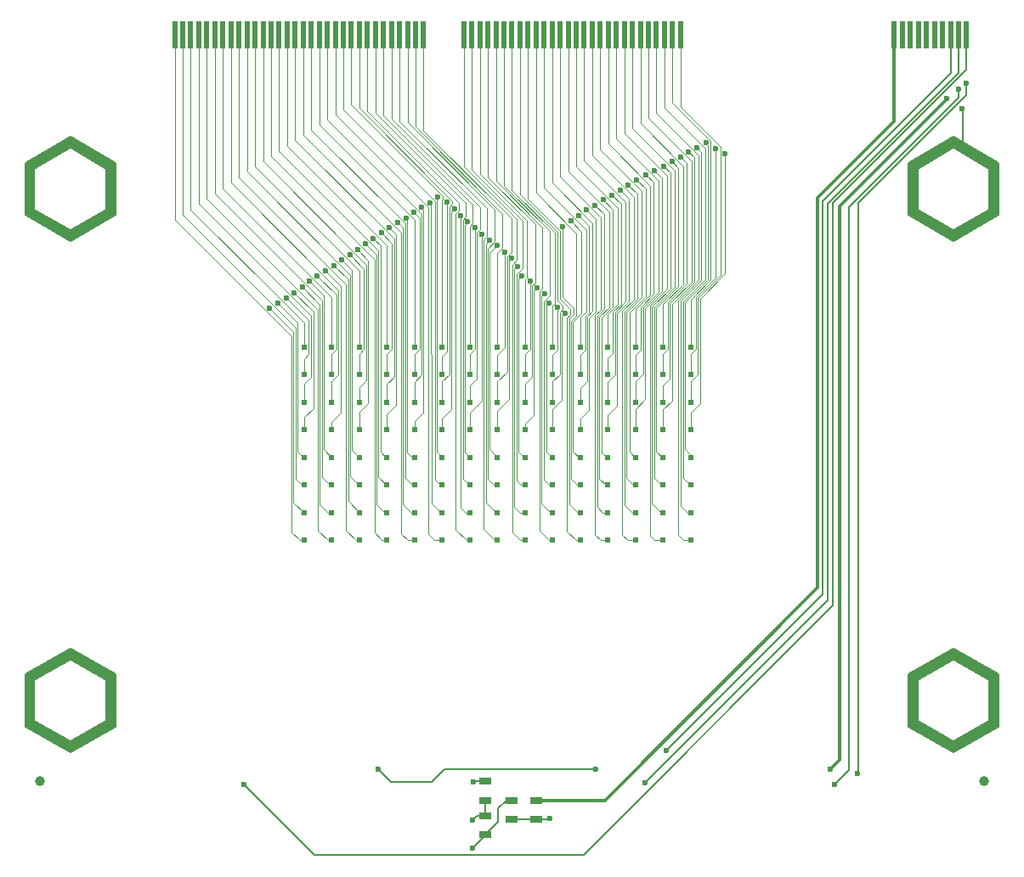
<source format=gbr>
G04 #@! TF.FileFunction,Copper,L2,Bot,Signal*
%FSLAX46Y46*%
G04 Gerber Fmt 4.6, Leading zero omitted, Abs format (unit mm)*
G04 Created by KiCad (PCBNEW 4.0.1-stable) date 11/11/2016 12:06:41 PM*
%MOMM*%
G01*
G04 APERTURE LIST*
%ADD10C,0.100000*%
%ADD11C,1.000000*%
%ADD12C,0.150000*%
%ADD13R,0.500000X2.800000*%
%ADD14R,1.300000X0.700000*%
%ADD15C,1.000000*%
%ADD16C,0.604800*%
%ADD17C,0.600000*%
%ADD18C,0.300000*%
%ADD19C,0.200000*%
G04 APERTURE END LIST*
D10*
D11*
X144000000Y-69400000D02*
X148000000Y-71700000D01*
X148000000Y-71700000D02*
X148000000Y-76300000D01*
X148000000Y-76300000D02*
X144000000Y-78600000D01*
X144000000Y-78600000D02*
X140000000Y-76300000D01*
X140000000Y-76300000D02*
X140000000Y-71700000D01*
X140000000Y-71700000D02*
X144000000Y-69400000D01*
D12*
X148500000Y-76598000D02*
X144000000Y-79196000D01*
X144000000Y-79196000D02*
X139500000Y-76598000D01*
X139500000Y-71402000D02*
X144000000Y-68804000D01*
X144000000Y-68804000D02*
X148500000Y-71402000D01*
X148500000Y-71402000D02*
X148500000Y-76598000D01*
X139500000Y-71402000D02*
X139500000Y-76598000D01*
D11*
X144000000Y-120400000D02*
X148000000Y-122700000D01*
X148000000Y-122700000D02*
X148000000Y-127300000D01*
X148000000Y-127300000D02*
X144000000Y-129600000D01*
X144000000Y-129600000D02*
X140000000Y-127300000D01*
X140000000Y-127300000D02*
X140000000Y-122700000D01*
X140000000Y-122700000D02*
X144000000Y-120400000D01*
D12*
X148500000Y-127598000D02*
X144000000Y-130196000D01*
X144000000Y-130196000D02*
X139500000Y-127598000D01*
X139500000Y-122402000D02*
X144000000Y-119804000D01*
X144000000Y-119804000D02*
X148500000Y-122402000D01*
X148500000Y-122402000D02*
X148500000Y-127598000D01*
X139500000Y-122402000D02*
X139500000Y-127598000D01*
D11*
X56000000Y-120400000D02*
X60000000Y-122700000D01*
X60000000Y-122700000D02*
X60000000Y-127300000D01*
X60000000Y-127300000D02*
X56000000Y-129600000D01*
X56000000Y-129600000D02*
X52000000Y-127300000D01*
X52000000Y-127300000D02*
X52000000Y-122700000D01*
X52000000Y-122700000D02*
X56000000Y-120400000D01*
D12*
X60500000Y-127598000D02*
X56000000Y-130196000D01*
X56000000Y-130196000D02*
X51500000Y-127598000D01*
X51500000Y-122402000D02*
X56000000Y-119804000D01*
X56000000Y-119804000D02*
X60500000Y-122402000D01*
X60500000Y-122402000D02*
X60500000Y-127598000D01*
X51500000Y-122402000D02*
X51500000Y-127598000D01*
D11*
X56000000Y-69400000D02*
X60000000Y-71700000D01*
X60000000Y-71700000D02*
X60000000Y-76300000D01*
X60000000Y-76300000D02*
X56000000Y-78600000D01*
X56000000Y-78600000D02*
X52000000Y-76300000D01*
X52000000Y-76300000D02*
X52000000Y-71700000D01*
X52000000Y-71700000D02*
X56000000Y-69400000D01*
D12*
X60500000Y-76598000D02*
X56000000Y-79196000D01*
X56000000Y-79196000D02*
X51500000Y-76598000D01*
X51500000Y-71402000D02*
X56000000Y-68804000D01*
X56000000Y-68804000D02*
X60500000Y-71402000D01*
X60500000Y-71402000D02*
X60500000Y-76598000D01*
X51500000Y-71402000D02*
X51500000Y-76598000D01*
D13*
X116800000Y-58625000D03*
X115200000Y-58625000D03*
X116000000Y-58625000D03*
X114400000Y-58625000D03*
X95200000Y-58625000D03*
X96000000Y-58625000D03*
X91200000Y-58625000D03*
X100000000Y-58625000D03*
X100800000Y-58625000D03*
X102400000Y-58625000D03*
X101600000Y-58625000D03*
X98400000Y-58625000D03*
X99200000Y-58625000D03*
X97600000Y-58625000D03*
X96800000Y-58625000D03*
X109600000Y-58625000D03*
X110400000Y-58625000D03*
X112000000Y-58625000D03*
X111200000Y-58625000D03*
X113600000Y-58625000D03*
X112800000Y-58625000D03*
X106400000Y-58625000D03*
X107200000Y-58625000D03*
X108800000Y-58625000D03*
X108000000Y-58625000D03*
X104800000Y-58625000D03*
X105600000Y-58625000D03*
X104000000Y-58625000D03*
X103200000Y-58625000D03*
X80000000Y-58625000D03*
X80800000Y-58625000D03*
X82400000Y-58625000D03*
X81600000Y-58625000D03*
X84800000Y-58625000D03*
X85600000Y-58625000D03*
X84000000Y-58625000D03*
X83200000Y-58625000D03*
X89600000Y-58625000D03*
X90400000Y-58625000D03*
X88000000Y-58625000D03*
X88800000Y-58625000D03*
X87200000Y-58625000D03*
X86400000Y-58625000D03*
X73600000Y-58625000D03*
X74400000Y-58625000D03*
X76000000Y-58625000D03*
X75200000Y-58625000D03*
X78400000Y-58625000D03*
X79200000Y-58625000D03*
X77600000Y-58625000D03*
X76800000Y-58625000D03*
X70400000Y-58625000D03*
X71200000Y-58625000D03*
X72800000Y-58625000D03*
X72000000Y-58625000D03*
X68800000Y-58625000D03*
X69600000Y-58625000D03*
X68000000Y-58625000D03*
X66400000Y-58625000D03*
X67200000Y-58625000D03*
D14*
X102410000Y-136867000D03*
X102410000Y-134967000D03*
X99997000Y-134967000D03*
X99997000Y-136867000D03*
X97330000Y-136491000D03*
X97330000Y-138391000D03*
X97330000Y-133062000D03*
X97330000Y-134962000D03*
D15*
X147000000Y-133000000D03*
X53000000Y-133000000D03*
D16*
X79300000Y-109025000D03*
X79300000Y-106275000D03*
X79300000Y-103525000D03*
X79300000Y-100775000D03*
X79300000Y-98025000D03*
X79300000Y-95275000D03*
X79300000Y-92525000D03*
X79300000Y-89775000D03*
X82050000Y-109025000D03*
X82050000Y-106275000D03*
X82050000Y-103525000D03*
X82050000Y-100775000D03*
X82050000Y-98025000D03*
X82050000Y-95275000D03*
X82050000Y-92525000D03*
X82050000Y-89775000D03*
X84800000Y-109025000D03*
X84800000Y-106275000D03*
X84800000Y-103525000D03*
X84800000Y-100775000D03*
X84800000Y-98025000D03*
X84800000Y-95275000D03*
X84800000Y-92525000D03*
X84800000Y-89775000D03*
X87550000Y-109025000D03*
X87550000Y-106275000D03*
X87550000Y-103525000D03*
X87550000Y-100775000D03*
X87550000Y-98025000D03*
X87550000Y-95275000D03*
X87550000Y-92525000D03*
X87550000Y-89775000D03*
X90300000Y-109025000D03*
X90300000Y-106275000D03*
X90300000Y-103525000D03*
X90300000Y-100775000D03*
X90300000Y-98025000D03*
X90300000Y-95275000D03*
X90300000Y-92525000D03*
X90300000Y-89775000D03*
X93050000Y-109025000D03*
X93050000Y-106275000D03*
X93050000Y-103525000D03*
X93050000Y-100775000D03*
X93050000Y-98025000D03*
X93050000Y-95275000D03*
X93050000Y-92525000D03*
X93050000Y-89775000D03*
X95800000Y-109025000D03*
X95800000Y-106275000D03*
X95800000Y-103525000D03*
X95800000Y-100775000D03*
X95800000Y-98025000D03*
X95800000Y-95275000D03*
X95800000Y-92525000D03*
X95800000Y-89775000D03*
X98550000Y-109025000D03*
X98550000Y-106275000D03*
X98550000Y-103525000D03*
X98550000Y-100775000D03*
X98550000Y-98025000D03*
X98550000Y-95275000D03*
X98550000Y-92525000D03*
X98550000Y-89775000D03*
X101300000Y-109025000D03*
X101300000Y-106275000D03*
X101300000Y-103525000D03*
X101300000Y-100775000D03*
X101300000Y-98025000D03*
X101300000Y-95275000D03*
X101300000Y-92525000D03*
X101300000Y-89775000D03*
X104050000Y-109025000D03*
X104050000Y-106275000D03*
X104050000Y-103525000D03*
X104050000Y-100775000D03*
X104050000Y-98025000D03*
X104050000Y-95275000D03*
X104050000Y-92525000D03*
X104050000Y-89775000D03*
X106800000Y-109025000D03*
X106800000Y-106275000D03*
X106800000Y-103525000D03*
X106800000Y-100775000D03*
X106800000Y-98025000D03*
X106800000Y-95275000D03*
X106800000Y-92525000D03*
X106800000Y-89775000D03*
X109550000Y-109025000D03*
X109550000Y-106275000D03*
X109550000Y-103525000D03*
X109550000Y-100775000D03*
X109550000Y-98025000D03*
X109550000Y-95275000D03*
X109550000Y-92525000D03*
X109550000Y-89775000D03*
X112300000Y-109025000D03*
X112300000Y-106275000D03*
X112300000Y-103525000D03*
X112300000Y-100775000D03*
X112300000Y-98025000D03*
X112300000Y-95275000D03*
X112300000Y-92525000D03*
X112300000Y-89775000D03*
X115050000Y-109025000D03*
X115050000Y-106275000D03*
X115050000Y-103525000D03*
X115050000Y-100775000D03*
X115050000Y-98025000D03*
X115050000Y-95275000D03*
X115050000Y-92525000D03*
X115050000Y-89775000D03*
X117800000Y-109025000D03*
X117800000Y-106275000D03*
X117800000Y-103525000D03*
X117800000Y-100775000D03*
X117800000Y-98025000D03*
X117800000Y-95275000D03*
X117800000Y-92525000D03*
X117800000Y-89775000D03*
D13*
X145300000Y-58625000D03*
X142100000Y-58625000D03*
X142900000Y-58625000D03*
X144500000Y-58625000D03*
X143700000Y-58625000D03*
X140500000Y-58625000D03*
X141300000Y-58625000D03*
X139700000Y-58625000D03*
X138100000Y-58625000D03*
X138900000Y-58625000D03*
D17*
X75850000Y-85875000D03*
X76650000Y-85375000D03*
X78300000Y-84325000D03*
X77500000Y-84825000D03*
X79100000Y-83775000D03*
X79800000Y-83175000D03*
X81450000Y-82175000D03*
X80600000Y-82625000D03*
X82300000Y-81625000D03*
X83050000Y-81075000D03*
X84600000Y-80025000D03*
X83850000Y-80575000D03*
X85400000Y-79475000D03*
X86200000Y-78925000D03*
X87800000Y-77825000D03*
X87000000Y-78375000D03*
X88600000Y-77325000D03*
X89450000Y-76875000D03*
X91000000Y-75825000D03*
X90200000Y-76325000D03*
X91850000Y-75375000D03*
X92600000Y-74825000D03*
X94250000Y-75975000D03*
X93550000Y-75325000D03*
X94900000Y-76625000D03*
X95600000Y-77275000D03*
X97000000Y-78525000D03*
X96300000Y-77875000D03*
X97750000Y-79125000D03*
X98550000Y-79625000D03*
X100000000Y-80925000D03*
X99300000Y-80275000D03*
X131750000Y-131825000D03*
X143350000Y-64950000D03*
X100550000Y-81725000D03*
X100950000Y-82675000D03*
X102500000Y-83825000D03*
X101800000Y-83175000D03*
X103250000Y-84425000D03*
X103650000Y-85375000D03*
X105300000Y-86375000D03*
X104550000Y-85825000D03*
X105050000Y-77750000D03*
X105850000Y-77200000D03*
X107400000Y-76075000D03*
X106625000Y-76625000D03*
X108300000Y-75625000D03*
X109075000Y-75075000D03*
X110800000Y-74075000D03*
X109950000Y-74600000D03*
X111600000Y-73575000D03*
X112450000Y-73075000D03*
X114225000Y-72150000D03*
X113350000Y-72575000D03*
X115100000Y-71700000D03*
X115950000Y-71250000D03*
X117600000Y-70300000D03*
X116800000Y-70800000D03*
X118450000Y-69850000D03*
X119325000Y-69400000D03*
X121250000Y-70475000D03*
X120275000Y-70000000D03*
X73310000Y-133385000D03*
X134450000Y-132300000D03*
X145300000Y-63450000D03*
X96187000Y-133123000D03*
X96060000Y-139727000D03*
X144500000Y-64050000D03*
X132100000Y-133375000D03*
X103807000Y-136806000D03*
X96060000Y-136933000D03*
X113260000Y-133195000D03*
X115400000Y-129995000D03*
X86662000Y-131853000D03*
X108379000Y-131853000D03*
X144850000Y-66025000D03*
D10*
X66400000Y-58625000D02*
X66400000Y-77075000D01*
X66400000Y-77075000D02*
X75300000Y-85975000D01*
X78850000Y-109025000D02*
X79300000Y-109025000D01*
X78850000Y-109025000D02*
X78029198Y-108204198D01*
X78029198Y-88704198D02*
X75300000Y-85975000D01*
X78029198Y-108204198D02*
X78029198Y-88704198D01*
X78232398Y-88257398D02*
X75850000Y-85875000D01*
X78232398Y-91035200D02*
X78232398Y-88257398D01*
X78229200Y-105233800D02*
X79270400Y-106275000D01*
X79300000Y-106275000D02*
X79270400Y-106275000D01*
X79300000Y-106275000D02*
X79000002Y-106275000D01*
X78229200Y-105233800D02*
X78229200Y-91035200D01*
X78229200Y-91035200D02*
X78232398Y-91035200D01*
X78232398Y-91035200D02*
X78229200Y-91035200D01*
X67200000Y-58625000D02*
X67200000Y-76575000D01*
X67200000Y-76575000D02*
X76100000Y-85475000D01*
X79300000Y-103525000D02*
X79050004Y-103525000D01*
X79050004Y-103525000D02*
X78432400Y-102907396D01*
X78432400Y-102907396D02*
X78432400Y-90575000D01*
X78432400Y-87807400D02*
X78432400Y-90575000D01*
X78432400Y-90575000D02*
X78432400Y-90527200D01*
X78432400Y-87807400D02*
X76100000Y-85475000D01*
X78635600Y-87360600D02*
X76650000Y-85375000D01*
X78635600Y-87360600D02*
X78635600Y-100210594D01*
X78635600Y-100210594D02*
X79200006Y-100775000D01*
X79300000Y-100775000D02*
X79200006Y-100775000D01*
X80150000Y-86175000D02*
X78300000Y-84325000D01*
X80200000Y-88851600D02*
X80200000Y-86225000D01*
X79300000Y-96746200D02*
X80200000Y-95846200D01*
X80200000Y-95846200D02*
X80200000Y-88851600D01*
X79300000Y-96746200D02*
X79300000Y-98025000D01*
X80200000Y-86225000D02*
X80150000Y-86175000D01*
X79300000Y-98025000D02*
X79300000Y-97998800D01*
X68800000Y-58625000D02*
X68800000Y-75475000D01*
X68800000Y-75475000D02*
X77700000Y-84375000D01*
X79300000Y-93406100D02*
X79300000Y-95275000D01*
X79953202Y-92752898D02*
X79953202Y-89381002D01*
X79300000Y-93406100D02*
X79953202Y-92752898D01*
X79953202Y-86628202D02*
X77700000Y-84375000D01*
X79953202Y-89381002D02*
X79953202Y-86628202D01*
X79300000Y-90929600D02*
X79300000Y-92525000D01*
X79300000Y-90929600D02*
X79753200Y-90476400D01*
X79753200Y-89536600D02*
X79753200Y-89528200D01*
X79750000Y-87075000D02*
X77500000Y-84825000D01*
X79750000Y-89525000D02*
X79750000Y-87075000D01*
X79753200Y-90476400D02*
X79753200Y-89536600D01*
X79753200Y-89528200D02*
X79750000Y-89525000D01*
X68000000Y-58625000D02*
X68000000Y-76025000D01*
X68000000Y-76025000D02*
X76900000Y-84925000D01*
X79300000Y-87325000D02*
X79300000Y-89775000D01*
X79300000Y-87325000D02*
X76900000Y-84925000D01*
X69600000Y-58625000D02*
X69600000Y-74975000D01*
X69600000Y-74975000D02*
X78500000Y-83875000D01*
X81652100Y-109025000D02*
X82050000Y-109025000D01*
X81652100Y-109025000D02*
X80667600Y-108040500D01*
X80667600Y-108040500D02*
X80667600Y-86042600D01*
X80667600Y-86042600D02*
X78500000Y-83875000D01*
X80867602Y-85542602D02*
X79100000Y-83775000D01*
X80867602Y-88288802D02*
X80867602Y-85542602D01*
X80867602Y-105424300D02*
X80867602Y-88288802D01*
X81718302Y-106275000D02*
X82050000Y-106275000D01*
X81718302Y-106275000D02*
X80867602Y-105424300D01*
X70400000Y-58625000D02*
X70400000Y-74425000D01*
X81067604Y-102706500D02*
X81886104Y-103525000D01*
X81067604Y-102706500D02*
X81067604Y-85092604D01*
X70400000Y-74425000D02*
X81067604Y-85092604D01*
X82050000Y-103525000D02*
X81886104Y-103525000D01*
X81267606Y-84642606D02*
X79800000Y-83175000D01*
X81267606Y-84642606D02*
X81267606Y-87425000D01*
X82050000Y-100748800D02*
X81267606Y-99966406D01*
X82050000Y-100775000D02*
X82050000Y-100748800D01*
X81267606Y-99966406D02*
X81267606Y-87425000D01*
X81267606Y-87425000D02*
X81267606Y-87393406D01*
X82934504Y-83659504D02*
X81450000Y-82175000D01*
X82934504Y-83659504D02*
X82934504Y-86475000D01*
X82050000Y-98025000D02*
X82050000Y-97209300D01*
X82050000Y-97209300D02*
X82934504Y-96324796D01*
X82934504Y-96324796D02*
X82934504Y-86475000D01*
X82934504Y-86475000D02*
X82934504Y-86469504D01*
X72000000Y-58625000D02*
X72000000Y-73375000D01*
X82734502Y-92486198D02*
X82734502Y-84109502D01*
X82050000Y-93170700D02*
X82734502Y-92486198D01*
X82050000Y-93170700D02*
X82050000Y-95275000D01*
X72000000Y-73375000D02*
X82734502Y-84109502D01*
X82534500Y-84559500D02*
X80600000Y-82625000D01*
X82050000Y-90452900D02*
X82050000Y-92525000D01*
X82534500Y-89968400D02*
X82534500Y-87364900D01*
X82050000Y-90452900D02*
X82534500Y-89968400D01*
X82534500Y-87364900D02*
X82534500Y-84559500D01*
X71200000Y-58625000D02*
X71200000Y-73925000D01*
X82050000Y-84775000D02*
X82050000Y-89775000D01*
X71200000Y-73925000D02*
X82050000Y-84775000D01*
X72800000Y-58625000D02*
X72800000Y-72825000D01*
X83475000Y-108050000D02*
X83475000Y-83500000D01*
X84450000Y-109025000D02*
X84800000Y-109025000D01*
X84450000Y-109025000D02*
X83475000Y-108050000D01*
X72800000Y-72825000D02*
X83475000Y-83500000D01*
X83675002Y-105125000D02*
X84800000Y-106249998D01*
X84800000Y-106275000D02*
X84800000Y-106249998D01*
X83675002Y-85925002D02*
X83675002Y-83000002D01*
X83675002Y-105125000D02*
X83675002Y-85925002D01*
X83675002Y-83000002D02*
X82300000Y-81625000D01*
X82375000Y-81700000D02*
X82300000Y-81625000D01*
X82375000Y-81750000D02*
X82375000Y-81700000D01*
X73600000Y-58625000D02*
X73600000Y-72275000D01*
X83875004Y-82550004D02*
X83875004Y-85425004D01*
X83875004Y-102675000D02*
X83875004Y-85425004D01*
X83875004Y-102675000D02*
X84725004Y-103525000D01*
X73600000Y-72275000D02*
X83875004Y-82550004D01*
X84800000Y-103525000D02*
X84725004Y-103525000D01*
X84075006Y-82100006D02*
X83050000Y-81075000D01*
X84075006Y-82100006D02*
X84075006Y-84975000D01*
X84800000Y-100775000D02*
X84800000Y-100774994D01*
X84800000Y-100774994D02*
X84075006Y-100050000D01*
X84075006Y-100050000D02*
X84075006Y-84975000D01*
X84075006Y-84975000D02*
X84075006Y-84950006D01*
X85675004Y-81625000D02*
X85675004Y-81100004D01*
X85675004Y-95349996D02*
X85675004Y-81625000D01*
X84800000Y-96225000D02*
X84800000Y-98025000D01*
X84800000Y-96225000D02*
X85675004Y-95349996D01*
X85675004Y-81100004D02*
X84600000Y-80025000D01*
X75200000Y-58625000D02*
X75200000Y-71275000D01*
X85475002Y-84375002D02*
X85475002Y-81550002D01*
X85475002Y-93049998D02*
X85475002Y-84375002D01*
X84800000Y-93725000D02*
X85475002Y-93049998D01*
X84800000Y-93725000D02*
X84800000Y-95275000D01*
X75200000Y-71275000D02*
X85475002Y-81550002D01*
X83850000Y-80575000D02*
X83837500Y-80587500D01*
X85275000Y-82000000D02*
X83850000Y-80575000D01*
X85275000Y-89975000D02*
X85275000Y-84825000D01*
X84800000Y-90450000D02*
X85275000Y-89975000D01*
X84800000Y-92525000D02*
X84800000Y-90450000D01*
X85275000Y-84825000D02*
X85275000Y-82000000D01*
X74400000Y-58625000D02*
X74400000Y-71775000D01*
X84800000Y-82175000D02*
X84800000Y-85025000D01*
X84800000Y-85025000D02*
X84800000Y-89775000D01*
X74400000Y-71775000D02*
X84800000Y-82175000D01*
X76000000Y-58625000D02*
X76000000Y-70725000D01*
X86300000Y-108275000D02*
X86300000Y-81025000D01*
X87050000Y-109025000D02*
X86300000Y-108275000D01*
X87050000Y-109025000D02*
X87550000Y-109025000D01*
X76000000Y-70725000D02*
X86300000Y-81025000D01*
X86500002Y-105425002D02*
X86500002Y-80575002D01*
X86500002Y-105425002D02*
X87350000Y-106275000D01*
X86500002Y-80575002D02*
X85400000Y-79475000D01*
X87550000Y-106275000D02*
X87350000Y-106275000D01*
X76800000Y-58625000D02*
X76800000Y-70225000D01*
X86700004Y-102725000D02*
X86700004Y-80125004D01*
X86700004Y-102725000D02*
X87500004Y-103525000D01*
X76800000Y-70225000D02*
X86700004Y-80125004D01*
X87550000Y-103525000D02*
X87500004Y-103525000D01*
X86900006Y-79625006D02*
X86200000Y-78925000D01*
X86900006Y-100225006D02*
X86900006Y-79625006D01*
X86900006Y-100225006D02*
X87450000Y-100775000D01*
X87550000Y-100775000D02*
X87450000Y-100775000D01*
X88450004Y-95574996D02*
X88450004Y-78475004D01*
X88450004Y-78475004D02*
X87800000Y-77825000D01*
X87550000Y-96475000D02*
X88450004Y-95574996D01*
X87550000Y-96475000D02*
X87550000Y-98025000D01*
X78400000Y-58625000D02*
X78400000Y-69125000D01*
X88250002Y-92724998D02*
X88250002Y-78975002D01*
X87550000Y-93425000D02*
X88250002Y-92724998D01*
X87550000Y-93425000D02*
X87550000Y-95275000D01*
X78400000Y-69125000D02*
X88250002Y-78975002D01*
X88050000Y-79425000D02*
X87000000Y-78375000D01*
X88050000Y-89925000D02*
X88050000Y-79425000D01*
X87550000Y-90425000D02*
X88050000Y-89925000D01*
X87550000Y-90425000D02*
X87550000Y-92525000D01*
X77600000Y-58625000D02*
X77600000Y-69675000D01*
X87550000Y-79625000D02*
X87550000Y-89775000D01*
X77600000Y-69675000D02*
X87550000Y-79625000D01*
X89150002Y-77875002D02*
X88600000Y-77325000D01*
X89150002Y-105425000D02*
X89150002Y-77875002D01*
X89150002Y-105425000D02*
X90000002Y-106275000D01*
X90300000Y-106275000D02*
X90000002Y-106275000D01*
X80000000Y-58625000D02*
X80000000Y-68075000D01*
X89350004Y-102775000D02*
X89350004Y-77425004D01*
X89350004Y-102775000D02*
X90100004Y-103525000D01*
X80000000Y-68075000D02*
X89350004Y-77425004D01*
X90300000Y-103525000D02*
X90100004Y-103525000D01*
X89550006Y-76975006D02*
X89450000Y-76875000D01*
X89550006Y-100275000D02*
X89550006Y-76975006D01*
X89550006Y-100275000D02*
X90050006Y-100775000D01*
X90300000Y-100775000D02*
X90050006Y-100775000D01*
X91200004Y-96274996D02*
X91200004Y-76025004D01*
X91200004Y-76025004D02*
X91000000Y-75825000D01*
X90300000Y-97175000D02*
X91200004Y-96274996D01*
X90300000Y-97175000D02*
X90300000Y-98025000D01*
X81600000Y-58625000D02*
X81600000Y-67075000D01*
X91000002Y-92524998D02*
X91000002Y-76475002D01*
X90300000Y-93225000D02*
X91000002Y-92524998D01*
X90300000Y-93225000D02*
X90300000Y-95275000D01*
X81600000Y-67075000D02*
X91000002Y-76475002D01*
X90800000Y-76925000D02*
X90200000Y-76325000D01*
X90800000Y-89925000D02*
X90800000Y-76925000D01*
X90300000Y-90425000D02*
X90800000Y-89925000D01*
X90300000Y-90425000D02*
X90300000Y-92525000D01*
X80800000Y-58625000D02*
X80800000Y-67575000D01*
X90300000Y-77075000D02*
X90300000Y-89775000D01*
X80800000Y-67575000D02*
X90300000Y-77075000D01*
X91950000Y-75475000D02*
X91850000Y-75375000D01*
X92000000Y-105324998D02*
X91950000Y-75475000D01*
X92000000Y-105324998D02*
X92950002Y-106275000D01*
X93050000Y-106275000D02*
X92950002Y-106275000D01*
X83200000Y-58625000D02*
X83200000Y-66075000D01*
X92350000Y-103024998D02*
X92850002Y-103525000D01*
X92350000Y-103024998D02*
X92350000Y-75225000D01*
X83200000Y-66075000D02*
X92350000Y-75225000D01*
X93050000Y-103525000D02*
X92850002Y-103525000D01*
X92550002Y-100225000D02*
X93050000Y-100724998D01*
X92550002Y-100225000D02*
X92550002Y-74874998D01*
X92550002Y-74874998D02*
X92600000Y-74825000D01*
X93050000Y-100775000D02*
X93050000Y-100724998D01*
X93050000Y-96875000D02*
X93050000Y-98025000D01*
X93050000Y-96875000D02*
X93950004Y-95974996D01*
X93950004Y-95974996D02*
X93950004Y-76274996D01*
X93950004Y-76274996D02*
X94250000Y-75975000D01*
X84800000Y-58625000D02*
X84800000Y-65925000D01*
X93050000Y-93175000D02*
X93050000Y-95275000D01*
X93050000Y-93175000D02*
X93750002Y-92474998D01*
X93750002Y-92474998D02*
X93750002Y-75774998D01*
X93750002Y-75774998D02*
X94050000Y-75475000D01*
X94050000Y-75475000D02*
X94050000Y-75175000D01*
X84800000Y-65925000D02*
X94050000Y-75175000D01*
X93550000Y-90225000D02*
X93550000Y-75325000D01*
X93050000Y-90725000D02*
X93550000Y-90225000D01*
X93050000Y-90725000D02*
X93050000Y-92525000D01*
X84000000Y-58625000D02*
X84000000Y-65575000D01*
X93100000Y-75075000D02*
X93100000Y-74675000D01*
X93050000Y-75125000D02*
X93100000Y-75075000D01*
X93050000Y-75125000D02*
X93050000Y-89775000D01*
X84000000Y-65575000D02*
X93100000Y-74675000D01*
X95400002Y-106275000D02*
X95800000Y-106275000D01*
X95400002Y-106275000D02*
X94900000Y-105774998D01*
X94900000Y-105774998D02*
X94900000Y-76625000D01*
X86400000Y-58625000D02*
X86400000Y-66425000D01*
X95100002Y-77074998D02*
X95400000Y-76775000D01*
X95100002Y-102925000D02*
X95100002Y-77074998D01*
X95100002Y-102925000D02*
X95700002Y-103525000D01*
X95400000Y-75425000D02*
X95400000Y-76775000D01*
X86400000Y-66425000D02*
X95400000Y-75425000D01*
X95800000Y-103525000D02*
X95700002Y-103525000D01*
X95600000Y-77275000D02*
X95300004Y-77574996D01*
X95300004Y-77574996D02*
X95300004Y-100275004D01*
X95300004Y-100275004D02*
X95800000Y-100775000D01*
X95800000Y-96325000D02*
X95800000Y-98025000D01*
X95800000Y-96325000D02*
X97000000Y-95125000D01*
X97000000Y-95125000D02*
X97000000Y-78525000D01*
X88000000Y-58625000D02*
X88000000Y-66975000D01*
X96500002Y-78324998D02*
X96800000Y-78025000D01*
X96500002Y-92874998D02*
X96500002Y-78324998D01*
X95800000Y-93575000D02*
X96500002Y-92874998D01*
X95800000Y-93575000D02*
X95800000Y-95275000D01*
X96800000Y-75775000D02*
X96800000Y-78025000D01*
X88000000Y-66975000D02*
X96800000Y-75775000D01*
X95800000Y-90425000D02*
X95800000Y-92525000D01*
X95800000Y-90425000D02*
X96300000Y-89925000D01*
X96300000Y-89925000D02*
X96300000Y-77875000D01*
X96100000Y-77425000D02*
X96100000Y-75525000D01*
X87200000Y-66625000D02*
X96100000Y-75525000D01*
X95800000Y-89775000D02*
X95800000Y-77725000D01*
X95800000Y-77725000D02*
X96100000Y-77425000D01*
X87200000Y-66625000D02*
X87200000Y-58625000D01*
X97400004Y-105275000D02*
X98400004Y-106275000D01*
X98550000Y-106275000D02*
X98400004Y-106275000D01*
X97400004Y-105275000D02*
X97400004Y-79474996D01*
X97400004Y-79474996D02*
X97750000Y-79125000D01*
X89600000Y-58625000D02*
X89600000Y-67375000D01*
X97600006Y-79924994D02*
X98300000Y-79225000D01*
X97600006Y-102925000D02*
X97600006Y-79924994D01*
X98200006Y-103525000D02*
X97600006Y-102925000D01*
X98200006Y-103525000D02*
X98550000Y-103525000D01*
X98300000Y-76075000D02*
X98300000Y-79225000D01*
X89600000Y-67375000D02*
X98300000Y-76075000D01*
X97800008Y-99975008D02*
X98550000Y-100725000D01*
X98550000Y-100775000D02*
X98550000Y-100725000D01*
X97800008Y-99975008D02*
X97800008Y-80374992D01*
X97800008Y-80374992D02*
X98550000Y-79625000D01*
X98550000Y-98025000D02*
X98550000Y-96125000D01*
X98550000Y-96125000D02*
X99750000Y-94925000D01*
X99750000Y-94925000D02*
X99750000Y-81175000D01*
X99750000Y-81175000D02*
X100000000Y-80925000D01*
X91200000Y-58625000D02*
X91200000Y-68150000D01*
X99950000Y-76900000D02*
X99950000Y-80275000D01*
X91200000Y-68150000D02*
X99950000Y-76900000D01*
X98550000Y-95275000D02*
X98550000Y-93175000D01*
X98550000Y-93175000D02*
X99500002Y-92224998D01*
X99500002Y-92224998D02*
X99500002Y-80724998D01*
X99500002Y-80724998D02*
X99950000Y-80275000D01*
X98550000Y-90525000D02*
X98550000Y-92525000D01*
X98550000Y-90525000D02*
X99300000Y-89775000D01*
X99300000Y-89775000D02*
X99300000Y-80275000D01*
X90400000Y-58625000D02*
X90400000Y-67800000D01*
X98550000Y-80375000D02*
X99050000Y-79875000D01*
X98550000Y-80375000D02*
X98550000Y-89775000D01*
X99050000Y-76450000D02*
X99050000Y-79875000D01*
X90400000Y-67800000D02*
X99050000Y-76450000D01*
D18*
X131750000Y-131825000D02*
X132650000Y-130925000D01*
X132650000Y-130925000D02*
X132650000Y-75750000D01*
X132650000Y-75750000D02*
X143350000Y-65050000D01*
X143350000Y-65050000D02*
X143350000Y-64950000D01*
D10*
X95200000Y-58625000D02*
X95200000Y-71725000D01*
X100500000Y-77025000D02*
X100500000Y-81075000D01*
X95200000Y-71725000D02*
X100500000Y-77025000D01*
X100800000Y-109025000D02*
X101300000Y-109025000D01*
X100800000Y-109025000D02*
X100050000Y-108275000D01*
X100050000Y-108275000D02*
X100050000Y-81525000D01*
X100050000Y-81525000D02*
X100500000Y-81075000D01*
X100250002Y-105675000D02*
X100250002Y-82024998D01*
X100250002Y-82024998D02*
X100550000Y-81725000D01*
X100850002Y-106275000D02*
X100250002Y-105675000D01*
X100850002Y-106275000D02*
X101300000Y-106275000D01*
X96000000Y-58625000D02*
X96000000Y-72075000D01*
X101050000Y-77125000D02*
X101050000Y-81875000D01*
X96000000Y-72075000D02*
X101050000Y-77125000D01*
X101300000Y-103525000D02*
X100900004Y-103525000D01*
X100900004Y-103525000D02*
X100450004Y-103075000D01*
X100450004Y-103075000D02*
X100450004Y-82474996D01*
X100450004Y-82474996D02*
X101050000Y-81875000D01*
X100650006Y-100225000D02*
X101200006Y-100775000D01*
X101300000Y-100775000D02*
X101200006Y-100775000D01*
X100650006Y-100225000D02*
X100650006Y-82974994D01*
X100650006Y-82974994D02*
X100950000Y-82675000D01*
X101300000Y-97425000D02*
X101300000Y-98025000D01*
X101300000Y-97425000D02*
X102200004Y-96524996D01*
X102200004Y-84124996D02*
X102500000Y-83825000D01*
X102200004Y-96524996D02*
X102200004Y-84124996D01*
X97600000Y-58625000D02*
X97600000Y-72825000D01*
X102300000Y-77525000D02*
X102300000Y-83325000D01*
X97600000Y-72825000D02*
X102300000Y-77525000D01*
X101300000Y-95275000D02*
X101300000Y-93425000D01*
X101300000Y-93425000D02*
X102000002Y-92724998D01*
X102000002Y-92724998D02*
X102000002Y-83624998D01*
X102000002Y-83624998D02*
X102300000Y-83325000D01*
X101300000Y-90425000D02*
X101300000Y-92525000D01*
X101300000Y-90425000D02*
X101800000Y-89925000D01*
X101800000Y-89925000D02*
X101800000Y-83175000D01*
X96800000Y-58625000D02*
X96800000Y-72475000D01*
X101450000Y-77125000D02*
X101450000Y-82875000D01*
X96800000Y-72475000D02*
X101450000Y-77125000D01*
X101300000Y-89775000D02*
X101300000Y-83025000D01*
X101300000Y-83025000D02*
X101450000Y-82875000D01*
X98400000Y-58625000D02*
X98400000Y-73200000D01*
X103000000Y-77800000D02*
X103000000Y-83975000D01*
X98400000Y-73200000D02*
X103000000Y-77800000D01*
X103700000Y-109025000D02*
X104050000Y-109025000D01*
X103700000Y-109025000D02*
X102750000Y-108075000D01*
X102750000Y-108075000D02*
X102750000Y-84225000D01*
X102750000Y-84225000D02*
X103000000Y-83975000D01*
X102950002Y-105375000D02*
X103850002Y-106275000D01*
X104050000Y-106275000D02*
X103850002Y-106275000D01*
X102950002Y-105375000D02*
X102950002Y-84724998D01*
X102950002Y-84724998D02*
X103250000Y-84425000D01*
X99200000Y-58625000D02*
X99200000Y-73650000D01*
X103750000Y-78200000D02*
X103750000Y-84575000D01*
X99200000Y-73650000D02*
X103750000Y-78200000D01*
X103700004Y-103525000D02*
X104050000Y-103525000D01*
X103700004Y-103525000D02*
X103150004Y-102975000D01*
X103150004Y-102975000D02*
X103150004Y-85174996D01*
X103150004Y-85174996D02*
X103750000Y-84575000D01*
X103450000Y-100175000D02*
X104050000Y-100775000D01*
X103450000Y-85575000D02*
X103450000Y-100175000D01*
X103650000Y-85375000D02*
X103450000Y-85575000D01*
X104950004Y-95024996D02*
X104950004Y-86724996D01*
X104950004Y-86724996D02*
X105300000Y-86375000D01*
X104050000Y-95925000D02*
X104950004Y-95024996D01*
X104050000Y-98025000D02*
X104050000Y-95925000D01*
X105050000Y-85975000D02*
X105050000Y-85625000D01*
X104750002Y-92474998D02*
X104750002Y-86274998D01*
X104050000Y-93175000D02*
X104750002Y-92474998D01*
X104050000Y-95275000D02*
X104050000Y-93175000D01*
X104750002Y-86274998D02*
X105050000Y-85975000D01*
X104550000Y-85125000D02*
X104550000Y-78250000D01*
X105050000Y-85625000D02*
X104550000Y-85125000D01*
X100800000Y-58625000D02*
X100800000Y-74500000D01*
X100800000Y-74500000D02*
X104550000Y-78250000D01*
X104550000Y-90025000D02*
X104550000Y-85825000D01*
X104050000Y-90525000D02*
X104550000Y-90025000D01*
X104050000Y-90525000D02*
X104050000Y-92525000D01*
X100000000Y-58625000D02*
X100000000Y-74075000D01*
X104250000Y-78325000D02*
X104250000Y-85425000D01*
X100000000Y-74075000D02*
X104250000Y-78325000D01*
X104050000Y-89775000D02*
X104050000Y-85625000D01*
X104050000Y-85625000D02*
X104250000Y-85425000D01*
X104812500Y-78187500D02*
X104812500Y-84937500D01*
X105500000Y-108125000D02*
X105500000Y-86825000D01*
X106400000Y-109025000D02*
X105500000Y-108125000D01*
X106400000Y-109025000D02*
X106800000Y-109025000D01*
X105800000Y-86525000D02*
X105500000Y-86825000D01*
X105800000Y-85925000D02*
X105800000Y-86525000D01*
X104812500Y-84937500D02*
X105800000Y-85925000D01*
X101600000Y-58625000D02*
X101600000Y-74975000D01*
X101600000Y-74975000D02*
X104812500Y-78187500D01*
X106150000Y-85900000D02*
X105050000Y-84800000D01*
X105050000Y-84800000D02*
X105050000Y-77750000D01*
X105700002Y-86924998D02*
X106150000Y-86475000D01*
X105700002Y-105425002D02*
X105700002Y-86925000D01*
X105700002Y-105425002D02*
X106550000Y-106275000D01*
X105700002Y-86925000D02*
X105700002Y-86924998D01*
X106150000Y-86475000D02*
X106150000Y-85900000D01*
X106800000Y-106275000D02*
X106550000Y-106275000D01*
X105900004Y-87275000D02*
X105900004Y-87124996D01*
X102400000Y-74400000D02*
X102400000Y-58625000D01*
X106400000Y-78400000D02*
X102400000Y-74400000D01*
X106400000Y-86625000D02*
X106400000Y-78400000D01*
X105900004Y-87124996D02*
X106400000Y-86625000D01*
X105900004Y-102925000D02*
X106500004Y-103525000D01*
X106800000Y-103525000D02*
X106500004Y-103525000D01*
X105900004Y-102925000D02*
X105900004Y-87275000D01*
X105900004Y-87275000D02*
X105900004Y-87274996D01*
X105850000Y-77200000D02*
X106900000Y-78250000D01*
X106100006Y-87224994D02*
X106100006Y-87425000D01*
X106100006Y-87224994D02*
X106900000Y-86425000D01*
X106900000Y-78250000D02*
X106900000Y-86425000D01*
X106100006Y-100175000D02*
X106700006Y-100775000D01*
X106800000Y-100775000D02*
X106700006Y-100775000D01*
X106100006Y-100175000D02*
X106100006Y-87425000D01*
X106100006Y-87425000D02*
X106100006Y-87424994D01*
X108350000Y-86225000D02*
X108350000Y-77025000D01*
X107700004Y-86874996D02*
X108350000Y-86225000D01*
X107700004Y-96024996D02*
X107700004Y-87057842D01*
X106800000Y-96925000D02*
X107700004Y-96024996D01*
X106800000Y-96925000D02*
X106800000Y-98025000D01*
X107700004Y-87057842D02*
X107700004Y-86874996D01*
X108350000Y-77025000D02*
X107400000Y-76075000D01*
X107500002Y-86975000D02*
X107500002Y-86724998D01*
X104000000Y-73325000D02*
X104000000Y-58625000D01*
X108050000Y-77375000D02*
X104000000Y-73325000D01*
X108050000Y-86175000D02*
X108050000Y-77375000D01*
X107500002Y-86724998D02*
X108050000Y-86175000D01*
X107500002Y-93174998D02*
X107500002Y-86975000D01*
X107500002Y-86975000D02*
X107500002Y-86974998D01*
X106800000Y-93875000D02*
X107500002Y-93174998D01*
X106800000Y-93875000D02*
X106800000Y-95275000D01*
X107650000Y-77725000D02*
X107650000Y-77650000D01*
X107650000Y-77650000D02*
X106625000Y-76625000D01*
X107300000Y-86625000D02*
X107650000Y-86275000D01*
X107650000Y-86275000D02*
X107650000Y-77725000D01*
X107300000Y-90025000D02*
X107300000Y-86857846D01*
X106800000Y-90525000D02*
X107300000Y-90025000D01*
X106800000Y-90525000D02*
X106800000Y-92525000D01*
X107300000Y-86857846D02*
X107300000Y-86625000D01*
X106800000Y-87075000D02*
X106800000Y-86825000D01*
X106800000Y-89775000D02*
X106800000Y-87075000D01*
X103200000Y-73850000D02*
X103200000Y-58625000D01*
X107400000Y-78050000D02*
X103200000Y-73850000D01*
X107400000Y-86225000D02*
X107400000Y-78050000D01*
X106800000Y-86825000D02*
X107400000Y-86225000D01*
X108300000Y-86740692D02*
X108300000Y-86575000D01*
X108300000Y-108475000D02*
X108300000Y-86740692D01*
X108850000Y-109025000D02*
X108300000Y-108475000D01*
X109550000Y-109025000D02*
X108850000Y-109025000D01*
X104800000Y-72800000D02*
X104800000Y-58625000D01*
X108850000Y-76850000D02*
X104800000Y-72800000D01*
X108850000Y-86025000D02*
X108850000Y-76850000D01*
X108300000Y-86575000D02*
X108850000Y-86025000D01*
X109200000Y-76500000D02*
X108300000Y-75600000D01*
X108300000Y-75600000D02*
X108300000Y-75625000D01*
X108500002Y-86825000D02*
X108500002Y-86674998D01*
X109200000Y-85975000D02*
X109200000Y-76500000D01*
X108500002Y-86674998D02*
X109200000Y-85975000D01*
X108500002Y-105725000D02*
X108500002Y-86825000D01*
X108500002Y-86825000D02*
X108500002Y-86823536D01*
X109050002Y-106275000D02*
X108500002Y-105725000D01*
X109050002Y-106275000D02*
X109550000Y-106275000D01*
X108700004Y-86906380D02*
X108700004Y-86757842D01*
X108700004Y-102875000D02*
X108700004Y-86906380D01*
X109350004Y-103525000D02*
X108700004Y-102875000D01*
X105600000Y-72250000D02*
X105600000Y-58625000D01*
X109700000Y-76350000D02*
X105600000Y-72250000D01*
X109700000Y-85757846D02*
X109700000Y-76350000D01*
X108700004Y-86757842D02*
X109700000Y-85757846D01*
X109550000Y-103525000D02*
X109350004Y-103525000D01*
X110050000Y-76050000D02*
X109075000Y-75075000D01*
X108950000Y-86975000D02*
X108950000Y-86790692D01*
X108950000Y-100275000D02*
X108950000Y-86975000D01*
X109450000Y-100775000D02*
X108950000Y-100275000D01*
X110050000Y-85690692D02*
X110050000Y-76050000D01*
X108950000Y-86790692D02*
X110050000Y-85690692D01*
X109550000Y-100775000D02*
X109450000Y-100775000D01*
X111675000Y-74975000D02*
X111675000Y-74950000D01*
X111675000Y-74950000D02*
X110800000Y-74075000D01*
X110500002Y-86590690D02*
X110500002Y-86372074D01*
X109550000Y-98025000D02*
X109550000Y-96575000D01*
X109550000Y-96575000D02*
X110500002Y-95624998D01*
X110500002Y-95624998D02*
X110500002Y-86590690D01*
X111675000Y-85197076D02*
X111675000Y-74975000D01*
X110500002Y-86372074D02*
X111675000Y-85197076D01*
X110300000Y-86525000D02*
X110300000Y-86289230D01*
X107200000Y-71125000D02*
X107200000Y-58625000D01*
X111350000Y-75275000D02*
X107200000Y-71125000D01*
X111350000Y-85239230D02*
X111350000Y-75275000D01*
X110300000Y-86289230D02*
X111350000Y-85239230D01*
X109550000Y-93275000D02*
X109550000Y-95275000D01*
X109550000Y-93275000D02*
X110300000Y-92525000D01*
X110300000Y-92525000D02*
X110300000Y-86525000D01*
X110300000Y-86525000D02*
X110300000Y-86507846D01*
X110850000Y-75500000D02*
X109950000Y-74600000D01*
X110050000Y-86475000D02*
X110050000Y-86256384D01*
X110050000Y-90375000D02*
X110050000Y-86475000D01*
X109550000Y-90875000D02*
X110050000Y-90375000D01*
X109550000Y-92525000D02*
X109550000Y-90875000D01*
X110850000Y-85456384D02*
X110850000Y-75500000D01*
X110050000Y-86256384D02*
X110850000Y-85456384D01*
X109550000Y-86675000D02*
X109550000Y-86473538D01*
X109550000Y-89775000D02*
X109550000Y-86675000D01*
X106400000Y-71725000D02*
X106400000Y-58625000D01*
X110550000Y-75875000D02*
X106400000Y-71725000D01*
X110550000Y-85473538D02*
X110550000Y-75875000D01*
X109550000Y-86473538D02*
X110550000Y-85473538D01*
X111000000Y-86373538D02*
X111000000Y-86154922D01*
X111000000Y-108475000D02*
X111000000Y-86373538D01*
X111550000Y-109025000D02*
X111000000Y-108475000D01*
X112300000Y-109025000D02*
X111550000Y-109025000D01*
X108000000Y-70625000D02*
X108000000Y-58625000D01*
X112150000Y-74775000D02*
X108000000Y-70625000D01*
X112150000Y-85004922D02*
X112150000Y-74775000D01*
X111000000Y-86154922D02*
X112150000Y-85004922D01*
X112475000Y-74525000D02*
X112475000Y-74450000D01*
X112475000Y-74450000D02*
X111600000Y-73575000D01*
X111200002Y-86474998D02*
X111200002Y-86237766D01*
X112300000Y-106275000D02*
X111950000Y-106275000D01*
X111950000Y-106275000D02*
X111200002Y-105525002D01*
X111200002Y-105525002D02*
X111200002Y-86474998D01*
X112475000Y-84962768D02*
X112475000Y-74525000D01*
X111200002Y-86237766D02*
X112475000Y-84962768D01*
X111400004Y-86574996D02*
X111400004Y-86320610D01*
X112100000Y-103525000D02*
X111400004Y-102825004D01*
X111400004Y-102825004D02*
X111400004Y-86574996D01*
X108800000Y-70075000D02*
X108800000Y-58625000D01*
X112950000Y-74225000D02*
X108800000Y-70075000D01*
X112950000Y-84770614D02*
X112950000Y-74225000D01*
X111400004Y-86320610D02*
X112950000Y-84770614D01*
X112300000Y-103525000D02*
X112100000Y-103525000D01*
X113300000Y-73975000D02*
X113300000Y-73925000D01*
X113300000Y-73925000D02*
X112450000Y-73075000D01*
X111700000Y-86557846D02*
X111700000Y-86303460D01*
X112250000Y-100775000D02*
X111700000Y-100225000D01*
X111700000Y-100225000D02*
X111700000Y-86557846D01*
X113300000Y-84703460D02*
X113300000Y-73975000D01*
X111700000Y-86303460D02*
X113300000Y-84703460D01*
X112300000Y-100775000D02*
X112250000Y-100775000D01*
X114975000Y-73000000D02*
X114975000Y-72900000D01*
X114975000Y-72900000D02*
X114225000Y-72150000D01*
X113250002Y-86140690D02*
X113250002Y-85884842D01*
X112300000Y-98025000D02*
X112300000Y-95925000D01*
X112300000Y-95925000D02*
X113250002Y-94974998D01*
X113250002Y-94974998D02*
X113250002Y-86140690D01*
X114975000Y-84159844D02*
X114975000Y-73000000D01*
X113250002Y-85884842D02*
X114975000Y-84159844D01*
X113050000Y-86057846D02*
X113050000Y-85801998D01*
X112300000Y-95275000D02*
X112300000Y-93175000D01*
X112300000Y-93175000D02*
X113050000Y-92425000D01*
X113050000Y-92425000D02*
X113050000Y-86057846D01*
X110400000Y-68975000D02*
X110400000Y-58625000D01*
X114575000Y-73150000D02*
X110400000Y-68975000D01*
X114575000Y-84276998D02*
X114575000Y-73150000D01*
X113050000Y-85801998D02*
X114575000Y-84276998D01*
X114100000Y-73300000D02*
X114075000Y-73300000D01*
X114075000Y-73300000D02*
X113350000Y-72575000D01*
X112800000Y-86025000D02*
X112800000Y-85769152D01*
X112800000Y-90025000D02*
X112800000Y-86025000D01*
X112300000Y-90525000D02*
X112800000Y-90025000D01*
X112300000Y-92525000D02*
X112300000Y-90525000D01*
X114100000Y-84469152D02*
X114100000Y-73300000D01*
X112800000Y-85769152D02*
X114100000Y-84469152D01*
X112300000Y-86240692D02*
X112300000Y-85986306D01*
X112300000Y-89775000D02*
X112300000Y-86240692D01*
X109600000Y-69475000D02*
X109600000Y-58625000D01*
X113775000Y-73650000D02*
X109600000Y-69475000D01*
X113775000Y-84511306D02*
X113775000Y-73650000D01*
X112300000Y-85986306D02*
X113775000Y-84511306D01*
X113750000Y-85923538D02*
X113750000Y-85667690D01*
X115050000Y-109025000D02*
X114200000Y-109025000D01*
X114200000Y-109025000D02*
X113750000Y-108575000D01*
X113750000Y-108575000D02*
X113750000Y-85923538D01*
X111200000Y-68450000D02*
X111200000Y-58625000D01*
X115450000Y-72700000D02*
X111200000Y-68450000D01*
X115450000Y-83967690D02*
X115450000Y-72700000D01*
X113750000Y-85667690D02*
X115450000Y-83967690D01*
X115775000Y-72375000D02*
X115100000Y-71700000D01*
X113950002Y-86024998D02*
X113950002Y-85750534D01*
X114850000Y-106275000D02*
X113950002Y-105375002D01*
X113950002Y-105375002D02*
X113950002Y-86024998D01*
X115775000Y-83925536D02*
X115775000Y-72375000D01*
X113950002Y-85750534D02*
X115775000Y-83925536D01*
X115050000Y-106275000D02*
X114850000Y-106275000D01*
X114150004Y-86125000D02*
X114150004Y-85833378D01*
X112000000Y-67950000D02*
X112000000Y-58625000D01*
X116250000Y-72200000D02*
X112000000Y-67950000D01*
X116250000Y-83733382D02*
X116250000Y-72200000D01*
X114150004Y-85833378D02*
X116250000Y-83733382D01*
X114150004Y-102775004D02*
X114150004Y-86125000D01*
X114150004Y-86125000D02*
X114150004Y-86124996D01*
X114150004Y-102775004D02*
X114900000Y-103525000D01*
X115050000Y-103525000D02*
X114900000Y-103525000D01*
X116600000Y-71950000D02*
X116600000Y-71900000D01*
X116600000Y-71900000D02*
X115950000Y-71250000D01*
X114391423Y-86183577D02*
X114391423Y-85874805D01*
X115000000Y-100775000D02*
X114391423Y-100166423D01*
X114391423Y-100166423D02*
X114391423Y-86183577D01*
X116600000Y-83666228D02*
X116600000Y-71950000D01*
X114391423Y-85874805D02*
X116600000Y-83666228D01*
X115050000Y-100775000D02*
X115000000Y-100775000D01*
X118150000Y-70950000D02*
X118150000Y-70850000D01*
X118150000Y-70850000D02*
X117600000Y-70300000D01*
X115950004Y-85825000D02*
X115950004Y-85447608D01*
X118150000Y-83247612D02*
X118150000Y-70950000D01*
X115950004Y-85447608D02*
X118150000Y-83247612D01*
X115950004Y-95074996D02*
X115950004Y-85825000D01*
X115950004Y-85825000D02*
X115950004Y-85824996D01*
X115050000Y-95975000D02*
X115950004Y-95074996D01*
X115050000Y-95975000D02*
X115050000Y-98025000D01*
X115750002Y-85724998D02*
X115750002Y-85364764D01*
X115050000Y-95275000D02*
X115050000Y-93575000D01*
X115050000Y-93575000D02*
X115750002Y-92874998D01*
X115750002Y-92874998D02*
X115750002Y-85724998D01*
X113600000Y-66950000D02*
X113600000Y-58625000D01*
X117875000Y-71225000D02*
X113600000Y-66950000D01*
X117875000Y-83239766D02*
X117875000Y-71225000D01*
X115750002Y-85364764D02*
X117875000Y-83239766D01*
X117400000Y-71500000D02*
X117400000Y-71400000D01*
X117400000Y-71400000D02*
X116800000Y-70800000D01*
X115550000Y-85607846D02*
X115550000Y-85281920D01*
X115550000Y-89975000D02*
X115550000Y-85607846D01*
X115050000Y-90475000D02*
X115550000Y-89975000D01*
X115050000Y-92525000D02*
X115050000Y-90475000D01*
X117400000Y-83431920D02*
X117400000Y-71500000D01*
X115550000Y-85281920D02*
X117400000Y-83431920D01*
X115050000Y-85825000D02*
X115050000Y-85499074D01*
X115050000Y-89775000D02*
X115050000Y-85825000D01*
X112800000Y-67450000D02*
X112800000Y-58625000D01*
X117075000Y-71725000D02*
X112800000Y-67450000D01*
X117075000Y-83474074D02*
X117075000Y-71725000D01*
X115050000Y-85499074D02*
X117075000Y-83474074D01*
X114400000Y-58625000D02*
X114400000Y-66450000D01*
X116550000Y-85130458D02*
X118625000Y-83055458D01*
X118625000Y-83055458D02*
X118625000Y-70675000D01*
X118625000Y-70675000D02*
X114400000Y-66450000D01*
X116550000Y-108525000D02*
X116550000Y-85507846D01*
X117050000Y-109025000D02*
X116550000Y-108525000D01*
X117050000Y-109025000D02*
X117800000Y-109025000D01*
X116550000Y-85507846D02*
X116550000Y-85130458D01*
X116850000Y-85150000D02*
X116850000Y-85113304D01*
X116850000Y-85113304D02*
X118875000Y-83088304D01*
X118875000Y-70275000D02*
X118450000Y-69850000D01*
X118875000Y-83088304D02*
X118875000Y-70275000D01*
X116850000Y-105625000D02*
X116850000Y-85525000D01*
X116850000Y-105625000D02*
X117500000Y-106275000D01*
X116850000Y-85525000D02*
X116850000Y-85150000D01*
X117800000Y-106275000D02*
X117500000Y-106275000D01*
X119260575Y-82985575D02*
X119260575Y-69985575D01*
X115200000Y-65925000D02*
X115200000Y-58625000D01*
X119260575Y-69985575D02*
X115200000Y-65925000D01*
X117050002Y-85650000D02*
X117050002Y-85196148D01*
X117050002Y-85196148D02*
X119260575Y-82985575D01*
X117050002Y-102825002D02*
X117050002Y-85650000D01*
X117050002Y-85650000D02*
X117050002Y-85624998D01*
X117050002Y-102825002D02*
X117750000Y-103525000D01*
X117800000Y-103525000D02*
X117750000Y-103525000D01*
X119514498Y-83014498D02*
X119514498Y-69589498D01*
X119514498Y-69589498D02*
X119325000Y-69400000D01*
X117250004Y-85707842D02*
X117250004Y-85278992D01*
X117800000Y-100524996D02*
X117250004Y-99975000D01*
X117250004Y-99975000D02*
X117250004Y-85707842D01*
X117250004Y-85278992D02*
X119514498Y-83014498D01*
X117800000Y-100775000D02*
X117800000Y-100524996D01*
X118750000Y-85400000D02*
X118750000Y-84910380D01*
X121250000Y-82410380D02*
X121250000Y-70475000D01*
X118750000Y-84910380D02*
X121250000Y-82410380D01*
X117800000Y-96325000D02*
X118750000Y-95375000D01*
X118750000Y-95375000D02*
X118750000Y-85400000D01*
X118750000Y-85400000D02*
X118750000Y-85375000D01*
X117800000Y-96325000D02*
X117800000Y-98025000D01*
X118500002Y-85306382D02*
X118500002Y-84877532D01*
X117800000Y-95275000D02*
X117800000Y-93175000D01*
X118500002Y-92474998D02*
X118500002Y-85306382D01*
X117800000Y-93175000D02*
X118500002Y-92474998D01*
X116800000Y-65825000D02*
X116800000Y-58625000D01*
X120775000Y-69800000D02*
X116800000Y-65825000D01*
X120775000Y-82602534D02*
X120775000Y-69800000D01*
X118500002Y-84877532D02*
X120775000Y-82602534D01*
X118300000Y-85225000D02*
X118300000Y-84794688D01*
X120275000Y-82819688D02*
X120275000Y-70000000D01*
X118300000Y-84794688D02*
X120275000Y-82819688D01*
X117800000Y-90425000D02*
X117800000Y-92525000D01*
X117800000Y-90425000D02*
X118300000Y-89925000D01*
X118300000Y-89925000D02*
X118300000Y-85225000D01*
X118300000Y-85225000D02*
X118300000Y-85223538D01*
X117800000Y-85440692D02*
X117800000Y-85011842D01*
X117800000Y-89775000D02*
X117800000Y-85440692D01*
X116000000Y-65400000D02*
X116000000Y-58625000D01*
X119800000Y-69200000D02*
X116000000Y-65400000D01*
X119800000Y-83011842D02*
X119800000Y-69200000D01*
X117800000Y-85011842D02*
X119800000Y-83011842D01*
D18*
X138100000Y-58625000D02*
X138100000Y-67255000D01*
X109288000Y-134967000D02*
X102410000Y-134967000D01*
X130480000Y-113775000D02*
X109288000Y-134967000D01*
X130480000Y-74875000D02*
X130480000Y-113775000D01*
X138100000Y-67255000D02*
X130480000Y-74875000D01*
X102410000Y-134901000D02*
X102410000Y-134967000D01*
D19*
X145300000Y-58625000D02*
X145300000Y-62103372D01*
X141300000Y-66103372D02*
X131990000Y-75413372D01*
X131990000Y-75413372D02*
X131990000Y-115555000D01*
X131990000Y-115555000D02*
X107120000Y-140425000D01*
X107120000Y-140425000D02*
X80350000Y-140425000D01*
X80350000Y-140425000D02*
X73310000Y-133385000D01*
X145300000Y-62103372D02*
X141300000Y-66103372D01*
X145300000Y-64625000D02*
X145300000Y-63450000D01*
X134500000Y-75425000D02*
X145300000Y-64625000D01*
X134500000Y-132250000D02*
X134500000Y-75425000D01*
X134450000Y-132300000D02*
X134500000Y-132250000D01*
X97330000Y-133062000D02*
X96248000Y-133062000D01*
X96248000Y-133062000D02*
X96187000Y-133123000D01*
X99997000Y-134967000D02*
X99423000Y-134967000D01*
X99423000Y-134967000D02*
X98600000Y-135790000D01*
X98600000Y-135790000D02*
X98600000Y-137121000D01*
X98600000Y-137121000D02*
X97330000Y-138391000D01*
X97330000Y-138391000D02*
X97330000Y-138457000D01*
X97330000Y-138457000D02*
X96060000Y-139727000D01*
X133550000Y-131925000D02*
X133550000Y-131615000D01*
X133550000Y-131615000D02*
X133550000Y-75800000D01*
X133550000Y-75800000D02*
X144500000Y-64850000D01*
X144500000Y-64850000D02*
X144500000Y-64050000D01*
X132100000Y-133375000D02*
X133550000Y-131925000D01*
X102410000Y-136867000D02*
X103746000Y-136867000D01*
X103746000Y-136867000D02*
X103807000Y-136806000D01*
X99997000Y-136867000D02*
X102410000Y-136867000D01*
X97330000Y-136491000D02*
X96502000Y-136491000D01*
X96502000Y-136491000D02*
X96060000Y-136933000D01*
X97330000Y-134962000D02*
X97330000Y-136491000D01*
X144500000Y-58625000D02*
X144500000Y-62405000D01*
X140500000Y-66405000D02*
X131450000Y-75455000D01*
X131450000Y-75455000D02*
X131450000Y-115005000D01*
X131450000Y-115005000D02*
X113260000Y-133195000D01*
X144500000Y-62405000D02*
X140500000Y-66405000D01*
X143700000Y-58625000D02*
X143700000Y-62455000D01*
X139700000Y-66455000D02*
X130950000Y-75205000D01*
X130950000Y-75205000D02*
X130950000Y-114445000D01*
X130950000Y-114445000D02*
X115400000Y-129995000D01*
X143700000Y-62455000D02*
X139700000Y-66455000D01*
X91996000Y-133123000D02*
X87932000Y-133123000D01*
X93266000Y-131853000D02*
X91996000Y-133123000D01*
X108379000Y-131853000D02*
X93266000Y-131853000D01*
X87932000Y-133123000D02*
X86662000Y-131853000D01*
D10*
X79200000Y-58625000D02*
X79200000Y-68575000D01*
X88950000Y-108375000D02*
X88950000Y-78325000D01*
X89600000Y-109025000D02*
X88950000Y-108375000D01*
X89600000Y-109025000D02*
X90300000Y-109025000D01*
X79200000Y-68575000D02*
X88950000Y-78325000D01*
X82400000Y-58625000D02*
X82400000Y-66575000D01*
X92250000Y-109025000D02*
X93050000Y-109025000D01*
X92250000Y-109025000D02*
X91650000Y-108425000D01*
X91650000Y-108425000D02*
X91650000Y-75825000D01*
X82400000Y-66575000D02*
X91650000Y-75825000D01*
X85600000Y-58625000D02*
X85600000Y-66275000D01*
X94400000Y-76475000D02*
X94750000Y-76125000D01*
X94400000Y-107975000D02*
X94400000Y-76475000D01*
X95450000Y-109025000D02*
X94400000Y-107975000D01*
X95450000Y-109025000D02*
X95800000Y-109025000D01*
X94750000Y-75425000D02*
X94750000Y-76125000D01*
X85600000Y-66275000D02*
X94750000Y-75425000D01*
X88800000Y-58625000D02*
X88800000Y-67225000D01*
X97200002Y-107925002D02*
X98300000Y-109025000D01*
X97200002Y-107925002D02*
X97200002Y-79024998D01*
X97200002Y-79024998D02*
X97500000Y-78725000D01*
X97500000Y-75925000D02*
X97500000Y-78725000D01*
X88800000Y-67225000D02*
X97500000Y-75925000D01*
X98550000Y-109025000D02*
X98300000Y-109025000D01*
D19*
X144900000Y-66075000D02*
X144900000Y-69725000D01*
X144850000Y-66025000D02*
X144900000Y-66075000D01*
M02*

</source>
